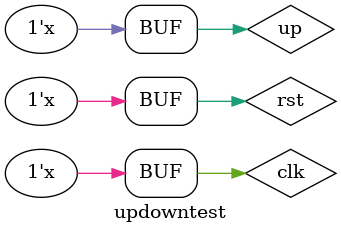
<source format=v>
module updowntest;
reg clk,rst,up;
wire [3:0]q;

updowncounter c1(q,clk,rst,up);

initial 
begin
rst=1;
up=0;
clk=1;
end
always #5 clk=~clk;
always #80 rst=~rst;
always #160 up=~up;

endmodule

</source>
